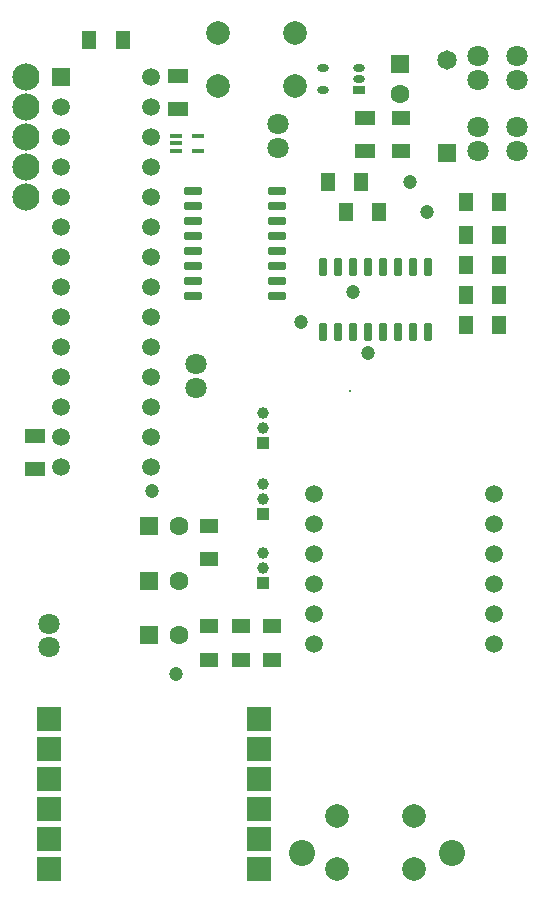
<source format=gts>
G04*
G04 #@! TF.GenerationSoftware,Altium Limited,Altium Designer,20.2.3 (150)*
G04*
G04 Layer_Color=8388736*
%FSLAX25Y25*%
%MOIN*%
G70*
G04*
G04 #@! TF.SameCoordinates,B26AD540-6E08-4B25-974C-445F4708D01E*
G04*
G04*
G04 #@! TF.FilePolarity,Negative*
G04*
G01*
G75*
%ADD15R,0.06496X0.04724*%
G04:AMPARAMS|DCode=16|XSize=23.62mil|YSize=57.09mil|CornerRadius=2.01mil|HoleSize=0mil|Usage=FLASHONLY|Rotation=180.000|XOffset=0mil|YOffset=0mil|HoleType=Round|Shape=RoundedRectangle|*
%AMROUNDEDRECTD16*
21,1,0.02362,0.05307,0,0,180.0*
21,1,0.01961,0.05709,0,0,180.0*
1,1,0.00402,-0.00980,0.02653*
1,1,0.00402,0.00980,0.02653*
1,1,0.00402,0.00980,-0.02653*
1,1,0.00402,-0.00980,-0.02653*
%
%ADD16ROUNDEDRECTD16*%
G04:AMPARAMS|DCode=17|XSize=23.62mil|YSize=57.09mil|CornerRadius=2.01mil|HoleSize=0mil|Usage=FLASHONLY|Rotation=90.000|XOffset=0mil|YOffset=0mil|HoleType=Round|Shape=RoundedRectangle|*
%AMROUNDEDRECTD17*
21,1,0.02362,0.05307,0,0,90.0*
21,1,0.01961,0.05709,0,0,90.0*
1,1,0.00402,0.02653,0.00980*
1,1,0.00402,0.02653,-0.00980*
1,1,0.00402,-0.02653,-0.00980*
1,1,0.00402,-0.02653,0.00980*
%
%ADD17ROUNDEDRECTD17*%
%ADD18R,0.04724X0.06496*%
%ADD19R,0.07087X0.05118*%
%ADD20R,0.04134X0.01772*%
%ADD21O,0.03937X0.02598*%
%ADD22R,0.03937X0.02598*%
%ADD23R,0.08000X0.08000*%
%ADD24R,0.06496X0.06496*%
%ADD25C,0.06496*%
%ADD26C,0.00800*%
%ADD27C,0.08674*%
%ADD28R,0.06299X0.06299*%
%ADD29C,0.06299*%
%ADD30C,0.07874*%
%ADD31C,0.05918*%
%ADD32R,0.03937X0.03937*%
%ADD33C,0.03937*%
%ADD34C,0.07099*%
%ADD35C,0.09068*%
%ADD36R,0.05906X0.05906*%
%ADD37C,0.05906*%
%ADD38R,0.06299X0.06299*%
%ADD39C,0.04724*%
D15*
X550000Y190012D02*
D03*
Y178988D02*
D03*
X571000Y190012D02*
D03*
Y178988D02*
D03*
X560500Y190012D02*
D03*
Y178988D02*
D03*
X550000Y223512D02*
D03*
Y212488D02*
D03*
X614000Y359512D02*
D03*
Y348488D02*
D03*
D16*
X588000Y288272D02*
D03*
X593000D02*
D03*
X598000D02*
D03*
X603000D02*
D03*
X608000D02*
D03*
X613000D02*
D03*
X618000D02*
D03*
X623000D02*
D03*
X588000Y309728D02*
D03*
X593000D02*
D03*
X598000D02*
D03*
X603000D02*
D03*
X608000D02*
D03*
X613000D02*
D03*
X618000D02*
D03*
X623000D02*
D03*
D17*
X544622Y335000D02*
D03*
Y330000D02*
D03*
Y325000D02*
D03*
Y320000D02*
D03*
Y315000D02*
D03*
Y310000D02*
D03*
Y305000D02*
D03*
Y300000D02*
D03*
X572378Y335000D02*
D03*
Y330000D02*
D03*
Y325000D02*
D03*
Y320000D02*
D03*
Y315000D02*
D03*
Y310000D02*
D03*
Y305000D02*
D03*
Y300000D02*
D03*
D18*
X595488Y328000D02*
D03*
X606512D02*
D03*
X635488Y320500D02*
D03*
X646512D02*
D03*
X635500Y310500D02*
D03*
X646524D02*
D03*
X635500Y300500D02*
D03*
X646524D02*
D03*
X635512Y290500D02*
D03*
X646535D02*
D03*
X589488Y338000D02*
D03*
X600512D02*
D03*
X635488Y331500D02*
D03*
X646512D02*
D03*
X521012Y385500D02*
D03*
X509988D02*
D03*
D19*
X492000Y253512D02*
D03*
Y242488D02*
D03*
X539500Y373512D02*
D03*
Y362488D02*
D03*
X602000Y348488D02*
D03*
Y359512D02*
D03*
D20*
X538760Y353559D02*
D03*
Y351000D02*
D03*
Y348441D02*
D03*
X546240D02*
D03*
Y353559D02*
D03*
D21*
X587736Y376240D02*
D03*
Y368760D02*
D03*
X600000Y376240D02*
D03*
Y372500D02*
D03*
D22*
Y368760D02*
D03*
D23*
X496500Y109000D02*
D03*
Y119000D02*
D03*
Y129000D02*
D03*
Y139000D02*
D03*
Y149000D02*
D03*
Y159000D02*
D03*
X566500D02*
D03*
Y149000D02*
D03*
Y139000D02*
D03*
Y129000D02*
D03*
Y119000D02*
D03*
Y109000D02*
D03*
D24*
X629095Y347854D02*
D03*
D25*
Y378760D02*
D03*
D26*
X596748Y268437D02*
D03*
D27*
X581000Y114500D02*
D03*
X631000D02*
D03*
D28*
X530000Y187000D02*
D03*
Y205000D02*
D03*
Y223500D02*
D03*
D29*
X540000Y187000D02*
D03*
Y205000D02*
D03*
Y223500D02*
D03*
X613500Y367500D02*
D03*
D30*
X592500Y126716D02*
D03*
X618090D02*
D03*
X592500Y109000D02*
D03*
X618090D02*
D03*
X578590Y370000D02*
D03*
X553000D02*
D03*
X578590Y387717D02*
D03*
X553000D02*
D03*
D31*
X645000Y184000D02*
D03*
Y194000D02*
D03*
Y204000D02*
D03*
Y214000D02*
D03*
Y224000D02*
D03*
Y234000D02*
D03*
X585000D02*
D03*
Y224000D02*
D03*
Y214000D02*
D03*
Y204000D02*
D03*
Y194000D02*
D03*
Y184000D02*
D03*
D32*
X568000Y204500D02*
D03*
Y227500D02*
D03*
Y251000D02*
D03*
D33*
Y209500D02*
D03*
Y214500D02*
D03*
Y232500D02*
D03*
Y237500D02*
D03*
Y256000D02*
D03*
Y261000D02*
D03*
D34*
X496500Y183000D02*
D03*
Y190874D02*
D03*
X545500Y277374D02*
D03*
Y269500D02*
D03*
X573000Y357374D02*
D03*
Y349500D02*
D03*
X652492Y356500D02*
D03*
Y380122D02*
D03*
Y372248D02*
D03*
Y348626D02*
D03*
X639500Y380122D02*
D03*
Y372248D02*
D03*
Y356500D02*
D03*
Y348626D02*
D03*
D35*
X489000Y333000D02*
D03*
Y343000D02*
D03*
Y353000D02*
D03*
Y373000D02*
D03*
Y363000D02*
D03*
D36*
X500500Y373000D02*
D03*
D37*
Y363000D02*
D03*
Y353000D02*
D03*
Y343000D02*
D03*
Y333000D02*
D03*
Y323000D02*
D03*
Y313000D02*
D03*
Y303000D02*
D03*
Y293000D02*
D03*
Y283000D02*
D03*
Y273000D02*
D03*
Y263000D02*
D03*
Y253000D02*
D03*
Y243000D02*
D03*
X530500Y373000D02*
D03*
Y363000D02*
D03*
Y353000D02*
D03*
Y343000D02*
D03*
Y333000D02*
D03*
Y323000D02*
D03*
Y313000D02*
D03*
Y303000D02*
D03*
Y293000D02*
D03*
Y283000D02*
D03*
Y273000D02*
D03*
Y263000D02*
D03*
Y253000D02*
D03*
Y243000D02*
D03*
D38*
X613500Y377500D02*
D03*
D39*
X580472Y291417D02*
D03*
X539000Y174000D02*
D03*
X531000Y235000D02*
D03*
X617000Y338000D02*
D03*
X622500Y328000D02*
D03*
X598000Y301500D02*
D03*
X603000Y281000D02*
D03*
M02*

</source>
